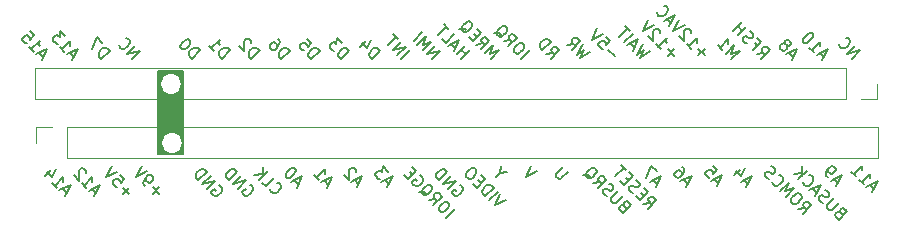
<source format=gbo>
G04 #@! TF.GenerationSoftware,KiCad,Pcbnew,6.0.11-2627ca5db0~126~ubuntu22.04.1*
G04 #@! TF.CreationDate,2023-04-18T11:26:26+01:00*
G04 #@! TF.ProjectId,pim,70696d2e-6b69-4636-9164-5f7063625858,rev?*
G04 #@! TF.SameCoordinates,Original*
G04 #@! TF.FileFunction,Legend,Bot*
G04 #@! TF.FilePolarity,Positive*
%FSLAX46Y46*%
G04 Gerber Fmt 4.6, Leading zero omitted, Abs format (unit mm)*
G04 Created by KiCad (PCBNEW 6.0.11-2627ca5db0~126~ubuntu22.04.1) date 2023-04-18 11:26:26*
%MOMM*%
%LPD*%
G01*
G04 APERTURE LIST*
%ADD10C,0.150000*%
%ADD11C,0.120000*%
%ADD12C,1.524000*%
%ADD13R,1.700000X1.700000*%
%ADD14O,1.700000X1.700000*%
G04 APERTURE END LIST*
D10*
X124180000Y-116550000D02*
X122030000Y-116550000D01*
X122030000Y-116550000D02*
X122030000Y-109540000D01*
X122030000Y-109540000D02*
X124180000Y-109540000D01*
X124180000Y-109540000D02*
X124180000Y-116550000D01*
G36*
X124180000Y-116550000D02*
G01*
X122030000Y-116550000D01*
X122030000Y-109540000D01*
X124180000Y-109540000D01*
X124180000Y-116550000D01*
G37*
X124892816Y-108462579D02*
X125599923Y-107755473D01*
X125431564Y-107587114D01*
X125296877Y-107519770D01*
X125162190Y-107519770D01*
X125061175Y-107553442D01*
X124892816Y-107654457D01*
X124791801Y-107755473D01*
X124690786Y-107923831D01*
X124657114Y-108024847D01*
X124657114Y-108159534D01*
X124724457Y-108294221D01*
X124892816Y-108462579D01*
X124758129Y-106913679D02*
X124690786Y-106846335D01*
X124589770Y-106812664D01*
X124522427Y-106812664D01*
X124421412Y-106846335D01*
X124253053Y-106947351D01*
X124084694Y-107115709D01*
X123983679Y-107284068D01*
X123950007Y-107385083D01*
X123950007Y-107452427D01*
X123983679Y-107553442D01*
X124051022Y-107620786D01*
X124152038Y-107654457D01*
X124219381Y-107654457D01*
X124320396Y-107620786D01*
X124488755Y-107519770D01*
X124657114Y-107351412D01*
X124758129Y-107183053D01*
X124791801Y-107082038D01*
X124791801Y-107014694D01*
X124758129Y-106913679D01*
X139025931Y-119091633D02*
X138689213Y-118754916D01*
X138891244Y-119361007D02*
X139362648Y-118418198D01*
X138419839Y-118889603D01*
X138857572Y-118047809D02*
X138857572Y-117980465D01*
X138823900Y-117879450D01*
X138655542Y-117711091D01*
X138554526Y-117677420D01*
X138487183Y-117677420D01*
X138386168Y-117711091D01*
X138318824Y-117778435D01*
X138251481Y-117913122D01*
X138251481Y-118721244D01*
X137813748Y-118283511D01*
X146452953Y-121912717D02*
X147160060Y-121205610D01*
X146688656Y-120734205D02*
X146553969Y-120599518D01*
X146452953Y-120565847D01*
X146318266Y-120565847D01*
X146149908Y-120666862D01*
X145914205Y-120902564D01*
X145813190Y-121070923D01*
X145813190Y-121205610D01*
X145846862Y-121306625D01*
X145981549Y-121441312D01*
X146082564Y-121474984D01*
X146217251Y-121474984D01*
X146385610Y-121373969D01*
X146621312Y-121138266D01*
X146722327Y-120969908D01*
X146722327Y-120835221D01*
X146688656Y-120734205D01*
X144971396Y-120431160D02*
X145543816Y-120330144D01*
X145375457Y-120835221D02*
X146082564Y-120128114D01*
X145813190Y-119858740D01*
X145712175Y-119825068D01*
X145644831Y-119825068D01*
X145543816Y-119858740D01*
X145442801Y-119959755D01*
X145409129Y-120060770D01*
X145409129Y-120128114D01*
X145442801Y-120229129D01*
X145712175Y-120498503D01*
X144129603Y-119724053D02*
X144230618Y-119757725D01*
X144365305Y-119757725D01*
X144567335Y-119757725D01*
X144668351Y-119791396D01*
X144735694Y-119858740D01*
X144533664Y-119993427D02*
X144634679Y-120027099D01*
X144769366Y-120027099D01*
X144937725Y-119926083D01*
X145173427Y-119690381D01*
X145274442Y-119522022D01*
X145274442Y-119387335D01*
X145240770Y-119286320D01*
X145106083Y-119151633D01*
X145005068Y-119117961D01*
X144870381Y-119117961D01*
X144702022Y-119218977D01*
X144466320Y-119454679D01*
X144365305Y-119623038D01*
X144365305Y-119757725D01*
X144398977Y-119858740D01*
X144533664Y-119993427D01*
X144230618Y-118343511D02*
X144331633Y-118377183D01*
X144432648Y-118478198D01*
X144499992Y-118612885D01*
X144499992Y-118747572D01*
X144466320Y-118848587D01*
X144365305Y-119016946D01*
X144264290Y-119117961D01*
X144095931Y-119218977D01*
X143994916Y-119252648D01*
X143860229Y-119252648D01*
X143725542Y-119185305D01*
X143658198Y-119117961D01*
X143590855Y-118983274D01*
X143590855Y-118915931D01*
X143826557Y-118680229D01*
X143961244Y-118814916D01*
X143590855Y-118309839D02*
X143355152Y-118074137D01*
X142883748Y-118343511D02*
X143220465Y-118680229D01*
X143927572Y-117973122D01*
X143590855Y-117636404D01*
X158647266Y-107862816D02*
X157771801Y-108401564D01*
X158142190Y-107761801D01*
X157502427Y-108132190D01*
X158041175Y-107256725D01*
X156660633Y-107290396D02*
X157233053Y-107189381D01*
X157064694Y-107694457D02*
X157771801Y-106987351D01*
X157502427Y-106717977D01*
X157401412Y-106684305D01*
X157334068Y-106684305D01*
X157233053Y-106717977D01*
X157132038Y-106818992D01*
X157098366Y-106920007D01*
X157098366Y-106987351D01*
X157132038Y-107088366D01*
X157401412Y-107357740D01*
X136485931Y-119111633D02*
X136149213Y-118774916D01*
X136351244Y-119381007D02*
X136822648Y-118438198D01*
X135879839Y-118909603D01*
X135273748Y-118303511D02*
X135677809Y-118707572D01*
X135475778Y-118505542D02*
X136182885Y-117798435D01*
X136149213Y-117966794D01*
X136149213Y-118101481D01*
X136182885Y-118202496D01*
X137552816Y-108492579D02*
X138259923Y-107785473D01*
X138091564Y-107617114D01*
X137956877Y-107549770D01*
X137822190Y-107549770D01*
X137721175Y-107583442D01*
X137552816Y-107684457D01*
X137451801Y-107785473D01*
X137350786Y-107953831D01*
X137317114Y-108054847D01*
X137317114Y-108189534D01*
X137384457Y-108324221D01*
X137552816Y-108492579D01*
X137620160Y-107145709D02*
X137182427Y-106707977D01*
X137148755Y-107213053D01*
X137047740Y-107112038D01*
X136946725Y-107078366D01*
X136879381Y-107078366D01*
X136778366Y-107112038D01*
X136610007Y-107280396D01*
X136576335Y-107381412D01*
X136576335Y-107448755D01*
X136610007Y-107549770D01*
X136812038Y-107751801D01*
X136913053Y-107785473D01*
X136980396Y-107785473D01*
X127442816Y-108462579D02*
X128149923Y-107755473D01*
X127981564Y-107587114D01*
X127846877Y-107519770D01*
X127712190Y-107519770D01*
X127611175Y-107553442D01*
X127442816Y-107654457D01*
X127341801Y-107755473D01*
X127240786Y-107923831D01*
X127207114Y-108024847D01*
X127207114Y-108159534D01*
X127274457Y-108294221D01*
X127442816Y-108462579D01*
X126365320Y-107385083D02*
X126769381Y-107789144D01*
X126567351Y-107587114D02*
X127274457Y-106880007D01*
X127240786Y-107048366D01*
X127240786Y-107183053D01*
X127274457Y-107284068D01*
X163135457Y-120745221D02*
X163707877Y-120644205D01*
X163539518Y-121149282D02*
X164246625Y-120442175D01*
X163977251Y-120172801D01*
X163876236Y-120139129D01*
X163808892Y-120139129D01*
X163707877Y-120172801D01*
X163606862Y-120273816D01*
X163573190Y-120374831D01*
X163573190Y-120442175D01*
X163606862Y-120543190D01*
X163876236Y-120812564D01*
X163202801Y-120071786D02*
X162967099Y-119836083D01*
X162495694Y-120105457D02*
X162832412Y-120442175D01*
X163539518Y-119735068D01*
X163202801Y-119398351D01*
X162259992Y-119802412D02*
X162125305Y-119735068D01*
X161956946Y-119566709D01*
X161923274Y-119465694D01*
X161923274Y-119398351D01*
X161956946Y-119297335D01*
X162024290Y-119229992D01*
X162125305Y-119196320D01*
X162192648Y-119196320D01*
X162293664Y-119229992D01*
X162462022Y-119331007D01*
X162563038Y-119364679D01*
X162630381Y-119364679D01*
X162731396Y-119331007D01*
X162798740Y-119263664D01*
X162832412Y-119162648D01*
X162832412Y-119095305D01*
X162798740Y-118994290D01*
X162630381Y-118825931D01*
X162495694Y-118758587D01*
X161889603Y-118758587D02*
X161653900Y-118522885D01*
X161182496Y-118792259D02*
X161519213Y-119128977D01*
X162226320Y-118421870D01*
X161889603Y-118085152D01*
X161687572Y-117883122D02*
X161283511Y-117479061D01*
X160778435Y-118388198D02*
X161485542Y-117681091D01*
X147742816Y-108462579D02*
X148449923Y-107755473D01*
X148113205Y-108092190D02*
X147709144Y-107688129D01*
X147338755Y-108058518D02*
X148045862Y-107351412D01*
X147237740Y-107553442D02*
X146901022Y-107216725D01*
X147103053Y-107822816D02*
X147574457Y-106880007D01*
X146631648Y-107351412D01*
X146059229Y-106778992D02*
X146395946Y-107115709D01*
X147103053Y-106408603D01*
X146631648Y-105937198D02*
X146227587Y-105533137D01*
X145722511Y-106442274D02*
X146429618Y-105735168D01*
X147578740Y-119161633D02*
X147679755Y-119195305D01*
X147780770Y-119296320D01*
X147848114Y-119431007D01*
X147848114Y-119565694D01*
X147814442Y-119666709D01*
X147713427Y-119835068D01*
X147612412Y-119936083D01*
X147444053Y-120037099D01*
X147343038Y-120070770D01*
X147208351Y-120070770D01*
X147073664Y-120003427D01*
X147006320Y-119936083D01*
X146938977Y-119801396D01*
X146938977Y-119734053D01*
X147174679Y-119498351D01*
X147309366Y-119633038D01*
X146568587Y-119498351D02*
X147275694Y-118791244D01*
X146164526Y-119094290D01*
X146871633Y-118387183D01*
X145827809Y-118757572D02*
X146534916Y-118050465D01*
X146366557Y-117882107D01*
X146231870Y-117814763D01*
X146097183Y-117814763D01*
X145996168Y-117848435D01*
X145827809Y-117949450D01*
X145726794Y-118050465D01*
X145625778Y-118218824D01*
X145592107Y-118319839D01*
X145592107Y-118454526D01*
X145659450Y-118589213D01*
X145827809Y-118757572D01*
X170602816Y-108492579D02*
X171309923Y-107785473D01*
X170569144Y-108054847D01*
X170838518Y-107314068D01*
X170131412Y-108021175D01*
X169424305Y-107314068D02*
X169828366Y-107718129D01*
X169626335Y-107516099D02*
X170333442Y-106808992D01*
X170299770Y-106977351D01*
X170299770Y-107112038D01*
X170333442Y-107213053D01*
X156748587Y-118024137D02*
X156176168Y-118596557D01*
X156075152Y-118630229D01*
X156007809Y-118630229D01*
X155906794Y-118596557D01*
X155772107Y-118461870D01*
X155738435Y-118360855D01*
X155738435Y-118293511D01*
X155772107Y-118192496D01*
X156344526Y-117620076D01*
X129962816Y-108472579D02*
X130669923Y-107765473D01*
X130501564Y-107597114D01*
X130366877Y-107529770D01*
X130232190Y-107529770D01*
X130131175Y-107563442D01*
X129962816Y-107664457D01*
X129861801Y-107765473D01*
X129760786Y-107933831D01*
X129727114Y-108034847D01*
X129727114Y-108169534D01*
X129794457Y-108304221D01*
X129962816Y-108472579D01*
X129929144Y-107159381D02*
X129929144Y-107092038D01*
X129895473Y-106991022D01*
X129727114Y-106822664D01*
X129626099Y-106788992D01*
X129558755Y-106788992D01*
X129457740Y-106822664D01*
X129390396Y-106890007D01*
X129323053Y-107024694D01*
X129323053Y-107832816D01*
X128885320Y-107395083D01*
X165732190Y-108203205D02*
X165193442Y-107664457D01*
X165193442Y-108203205D02*
X165732190Y-107664457D01*
X164216961Y-107226725D02*
X164621022Y-107630786D01*
X164418992Y-107428755D02*
X165126099Y-106721648D01*
X165092427Y-106890007D01*
X165092427Y-107024694D01*
X165126099Y-107125709D01*
X164587351Y-106317587D02*
X164587351Y-106250244D01*
X164553679Y-106149229D01*
X164385320Y-105980870D01*
X164284305Y-105947198D01*
X164216961Y-105947198D01*
X164115946Y-105980870D01*
X164048603Y-106048213D01*
X163981259Y-106182900D01*
X163981259Y-106991022D01*
X163543526Y-106553290D01*
X164048603Y-105644152D02*
X163105794Y-106115557D01*
X163577198Y-105172748D01*
X133935931Y-119101633D02*
X133599213Y-118764916D01*
X133801244Y-119371007D02*
X134272648Y-118428198D01*
X133329839Y-118899603D01*
X133666557Y-117822107D02*
X133599213Y-117754763D01*
X133498198Y-117721091D01*
X133430855Y-117721091D01*
X133329839Y-117754763D01*
X133161481Y-117855778D01*
X132993122Y-118024137D01*
X132892107Y-118192496D01*
X132858435Y-118293511D01*
X132858435Y-118360855D01*
X132892107Y-118461870D01*
X132959450Y-118529213D01*
X133060465Y-118562885D01*
X133127809Y-118562885D01*
X133228824Y-118529213D01*
X133397183Y-118428198D01*
X133565542Y-118259839D01*
X133666557Y-118091481D01*
X133700229Y-117990465D01*
X133700229Y-117923122D01*
X133666557Y-117822107D01*
X119625068Y-119926083D02*
X119086320Y-119387335D01*
X119086320Y-119926083D02*
X119625068Y-119387335D01*
X118850618Y-118276168D02*
X119187335Y-118612885D01*
X118884290Y-118983274D01*
X118884290Y-118915931D01*
X118850618Y-118814916D01*
X118682259Y-118646557D01*
X118581244Y-118612885D01*
X118513900Y-118612885D01*
X118412885Y-118646557D01*
X118244526Y-118814916D01*
X118210855Y-118915931D01*
X118210855Y-118983274D01*
X118244526Y-119084290D01*
X118412885Y-119252648D01*
X118513900Y-119286320D01*
X118581244Y-119286320D01*
X118614916Y-118040465D02*
X117672107Y-118511870D01*
X118143511Y-117569061D01*
X166885931Y-119041633D02*
X166549213Y-118704916D01*
X166751244Y-119311007D02*
X167222648Y-118368198D01*
X166279839Y-118839603D01*
X166448198Y-117593748D02*
X166582885Y-117728435D01*
X166616557Y-117829450D01*
X166616557Y-117896794D01*
X166582885Y-118065152D01*
X166481870Y-118233511D01*
X166212496Y-118502885D01*
X166111481Y-118536557D01*
X166044137Y-118536557D01*
X165943122Y-118502885D01*
X165808435Y-118368198D01*
X165774763Y-118267183D01*
X165774763Y-118199839D01*
X165808435Y-118098824D01*
X165976794Y-117930465D01*
X166077809Y-117896794D01*
X166145152Y-117896794D01*
X166246168Y-117930465D01*
X166380855Y-118065152D01*
X166414526Y-118166168D01*
X166414526Y-118233511D01*
X166380855Y-118334526D01*
X175828518Y-108274221D02*
X175491801Y-107937503D01*
X175693831Y-108543595D02*
X176165236Y-107600786D01*
X175222427Y-108072190D01*
X175289770Y-107331412D02*
X175390786Y-107365083D01*
X175458129Y-107365083D01*
X175559144Y-107331412D01*
X175592816Y-107297740D01*
X175626488Y-107196725D01*
X175626488Y-107129381D01*
X175592816Y-107028366D01*
X175458129Y-106893679D01*
X175357114Y-106860007D01*
X175289770Y-106860007D01*
X175188755Y-106893679D01*
X175155083Y-106927351D01*
X175121412Y-107028366D01*
X175121412Y-107095709D01*
X175155083Y-107196725D01*
X175289770Y-107331412D01*
X175323442Y-107432427D01*
X175323442Y-107499770D01*
X175289770Y-107600786D01*
X175155083Y-107735473D01*
X175054068Y-107769144D01*
X174986725Y-107769144D01*
X174885709Y-107735473D01*
X174751022Y-107600786D01*
X174717351Y-107499770D01*
X174717351Y-107432427D01*
X174751022Y-107331412D01*
X174885709Y-107196725D01*
X174986725Y-107163053D01*
X175054068Y-107163053D01*
X175155083Y-107196725D01*
X119812816Y-108482579D02*
X120519923Y-107775473D01*
X119408755Y-108078518D01*
X120115862Y-107371412D01*
X118735320Y-107270396D02*
X118735320Y-107337740D01*
X118802664Y-107472427D01*
X118870007Y-107539770D01*
X119004694Y-107607114D01*
X119139381Y-107607114D01*
X119240396Y-107573442D01*
X119408755Y-107472427D01*
X119509770Y-107371412D01*
X119610786Y-107203053D01*
X119644457Y-107102038D01*
X119644457Y-106967351D01*
X119577114Y-106832664D01*
X119509770Y-106765320D01*
X119375083Y-106697977D01*
X119307740Y-106697977D01*
X178418518Y-108334221D02*
X178081801Y-107997503D01*
X178283831Y-108603595D02*
X178755236Y-107660786D01*
X177812427Y-108132190D01*
X177206335Y-107526099D02*
X177610396Y-107930160D01*
X177408366Y-107728129D02*
X178115473Y-107021022D01*
X178081801Y-107189381D01*
X178081801Y-107324068D01*
X178115473Y-107425083D01*
X177475709Y-106381259D02*
X177408366Y-106313916D01*
X177307351Y-106280244D01*
X177240007Y-106280244D01*
X177138992Y-106313916D01*
X176970633Y-106414931D01*
X176802274Y-106583290D01*
X176701259Y-106751648D01*
X176667587Y-106852664D01*
X176667587Y-106920007D01*
X176701259Y-107021022D01*
X176768603Y-107088366D01*
X176869618Y-107122038D01*
X176936961Y-107122038D01*
X177037977Y-107088366D01*
X177206335Y-106987351D01*
X177374694Y-106818992D01*
X177475709Y-106650633D01*
X177509381Y-106549618D01*
X177509381Y-106482274D01*
X177475709Y-106381259D01*
X140162816Y-108482579D02*
X140869923Y-107775473D01*
X140701564Y-107607114D01*
X140566877Y-107539770D01*
X140432190Y-107539770D01*
X140331175Y-107573442D01*
X140162816Y-107674457D01*
X140061801Y-107775473D01*
X139960786Y-107943831D01*
X139927114Y-108044847D01*
X139927114Y-108179534D01*
X139994457Y-108314221D01*
X140162816Y-108482579D01*
X139624068Y-107001022D02*
X139152664Y-107472427D01*
X140061801Y-106900007D02*
X139725083Y-107573442D01*
X139287351Y-107135709D01*
X154144916Y-117990465D02*
X153202107Y-118461870D01*
X153673511Y-117519061D01*
X163717266Y-107842816D02*
X162841801Y-108381564D01*
X163212190Y-107741801D01*
X162572427Y-108112190D01*
X163111175Y-107236725D01*
X162370396Y-107506099D02*
X162033679Y-107169381D01*
X162235709Y-107775473D02*
X162707114Y-106832664D01*
X161764305Y-107304068D01*
X161528603Y-107068366D02*
X162235709Y-106361259D01*
X162000007Y-106125557D02*
X161595946Y-105721496D01*
X161090870Y-106630633D02*
X161797977Y-105923526D01*
X129798740Y-119141633D02*
X129899755Y-119175305D01*
X130000770Y-119276320D01*
X130068114Y-119411007D01*
X130068114Y-119545694D01*
X130034442Y-119646709D01*
X129933427Y-119815068D01*
X129832412Y-119916083D01*
X129664053Y-120017099D01*
X129563038Y-120050770D01*
X129428351Y-120050770D01*
X129293664Y-119983427D01*
X129226320Y-119916083D01*
X129158977Y-119781396D01*
X129158977Y-119714053D01*
X129394679Y-119478351D01*
X129529366Y-119613038D01*
X128788587Y-119478351D02*
X129495694Y-118771244D01*
X128384526Y-119074290D01*
X129091633Y-118367183D01*
X128047809Y-118737572D02*
X128754916Y-118030465D01*
X128586557Y-117862107D01*
X128451870Y-117794763D01*
X128317183Y-117794763D01*
X128216168Y-117828435D01*
X128047809Y-117929450D01*
X127946794Y-118030465D01*
X127845778Y-118198824D01*
X127812107Y-118299839D01*
X127812107Y-118434526D01*
X127879450Y-118569213D01*
X128047809Y-118737572D01*
X122165068Y-119886083D02*
X121626320Y-119347335D01*
X121626320Y-119886083D02*
X122165068Y-119347335D01*
X120986557Y-119246320D02*
X120851870Y-119111633D01*
X120818198Y-119010618D01*
X120818198Y-118943274D01*
X120851870Y-118774916D01*
X120952885Y-118606557D01*
X121222259Y-118337183D01*
X121323274Y-118303511D01*
X121390618Y-118303511D01*
X121491633Y-118337183D01*
X121626320Y-118471870D01*
X121659992Y-118572885D01*
X121659992Y-118640229D01*
X121626320Y-118741244D01*
X121457961Y-118909603D01*
X121356946Y-118943274D01*
X121289603Y-118943274D01*
X121188587Y-118909603D01*
X121053900Y-118774916D01*
X121020229Y-118673900D01*
X121020229Y-118606557D01*
X121053900Y-118505542D01*
X121154916Y-118000465D02*
X120212107Y-118471870D01*
X120683511Y-117529061D01*
X154908755Y-108068518D02*
X155481175Y-107967503D01*
X155312816Y-108472579D02*
X156019923Y-107765473D01*
X155750549Y-107496099D01*
X155649534Y-107462427D01*
X155582190Y-107462427D01*
X155481175Y-107496099D01*
X155380160Y-107597114D01*
X155346488Y-107698129D01*
X155346488Y-107765473D01*
X155380160Y-107866488D01*
X155649534Y-108135862D01*
X154605709Y-107765473D02*
X155312816Y-107058366D01*
X155144457Y-106890007D01*
X155009770Y-106822664D01*
X154875083Y-106822664D01*
X154774068Y-106856335D01*
X154605709Y-106957351D01*
X154504694Y-107058366D01*
X154403679Y-107226725D01*
X154370007Y-107327740D01*
X154370007Y-107462427D01*
X154437351Y-107597114D01*
X154605709Y-107765473D01*
X150212816Y-108472579D02*
X150919923Y-107765473D01*
X150179144Y-108034847D01*
X150448518Y-107294068D01*
X149741412Y-108001175D01*
X149000633Y-107260396D02*
X149573053Y-107159381D01*
X149404694Y-107664457D02*
X150111801Y-106957351D01*
X149842427Y-106687977D01*
X149741412Y-106654305D01*
X149674068Y-106654305D01*
X149573053Y-106687977D01*
X149472038Y-106788992D01*
X149438366Y-106890007D01*
X149438366Y-106957351D01*
X149472038Y-107058366D01*
X149741412Y-107327740D01*
X149067977Y-106586961D02*
X148832274Y-106351259D01*
X148360870Y-106620633D02*
X148697587Y-106957351D01*
X149404694Y-106250244D01*
X149067977Y-105913526D01*
X147519076Y-105913526D02*
X147620091Y-105947198D01*
X147754778Y-105947198D01*
X147956809Y-105947198D01*
X148057824Y-105980870D01*
X148125168Y-106048213D01*
X147923137Y-106182900D02*
X148024152Y-106216572D01*
X148158839Y-106216572D01*
X148327198Y-106115557D01*
X148562900Y-105879855D01*
X148663916Y-105711496D01*
X148663916Y-105576809D01*
X148630244Y-105475794D01*
X148495557Y-105341107D01*
X148394542Y-105307435D01*
X148259855Y-105307435D01*
X148091496Y-105408450D01*
X147855794Y-105644152D01*
X147754778Y-105812511D01*
X147754778Y-105947198D01*
X147788450Y-106048213D01*
X147923137Y-106182900D01*
X145232816Y-108482579D02*
X145939923Y-107775473D01*
X144828755Y-108078518D01*
X145535862Y-107371412D01*
X144492038Y-107741801D02*
X145199144Y-107034694D01*
X144458366Y-107304068D01*
X144727740Y-106563290D01*
X144020633Y-107270396D01*
X143683916Y-106933679D02*
X144391022Y-106226572D01*
X117252816Y-108482579D02*
X117959923Y-107775473D01*
X117791564Y-107607114D01*
X117656877Y-107539770D01*
X117522190Y-107539770D01*
X117421175Y-107573442D01*
X117252816Y-107674457D01*
X117151801Y-107775473D01*
X117050786Y-107943831D01*
X117017114Y-108044847D01*
X117017114Y-108179534D01*
X117084457Y-108314221D01*
X117252816Y-108482579D01*
X117320160Y-107135709D02*
X116848755Y-106664305D01*
X116444694Y-107674457D01*
X172738755Y-108068518D02*
X173311175Y-107967503D01*
X173142816Y-108472579D02*
X173849923Y-107765473D01*
X173580549Y-107496099D01*
X173479534Y-107462427D01*
X173412190Y-107462427D01*
X173311175Y-107496099D01*
X173210160Y-107597114D01*
X173176488Y-107698129D01*
X173176488Y-107765473D01*
X173210160Y-107866488D01*
X173479534Y-108135862D01*
X172570396Y-107159381D02*
X172806099Y-107395083D01*
X172435709Y-107765473D02*
X173142816Y-107058366D01*
X172806099Y-106721648D01*
X171896961Y-107159381D02*
X171762274Y-107092038D01*
X171593916Y-106923679D01*
X171560244Y-106822664D01*
X171560244Y-106755320D01*
X171593916Y-106654305D01*
X171661259Y-106586961D01*
X171762274Y-106553290D01*
X171829618Y-106553290D01*
X171930633Y-106586961D01*
X172098992Y-106687977D01*
X172200007Y-106721648D01*
X172267351Y-106721648D01*
X172368366Y-106687977D01*
X172435709Y-106620633D01*
X172469381Y-106519618D01*
X172469381Y-106452274D01*
X172435709Y-106351259D01*
X172267351Y-106182900D01*
X172132664Y-106115557D01*
X171156183Y-106485946D02*
X171863290Y-105778839D01*
X171526572Y-106115557D02*
X171122511Y-105711496D01*
X170752122Y-106081885D02*
X171459229Y-105374778D01*
X164335931Y-119061633D02*
X163999213Y-118724916D01*
X164201244Y-119331007D02*
X164672648Y-118388198D01*
X163729839Y-118859603D01*
X164268587Y-117984137D02*
X163797183Y-117512733D01*
X163393122Y-118522885D01*
X179615931Y-118981633D02*
X179279213Y-118644916D01*
X179481244Y-119251007D02*
X179952648Y-118308198D01*
X179009839Y-118779603D01*
X178740465Y-118510229D02*
X178605778Y-118375542D01*
X178572107Y-118274526D01*
X178572107Y-118207183D01*
X178605778Y-118038824D01*
X178706794Y-117870465D01*
X178976168Y-117601091D01*
X179077183Y-117567420D01*
X179144526Y-117567420D01*
X179245542Y-117601091D01*
X179380229Y-117735778D01*
X179413900Y-117836794D01*
X179413900Y-117904137D01*
X179380229Y-118005152D01*
X179211870Y-118173511D01*
X179110855Y-118207183D01*
X179043511Y-118207183D01*
X178942496Y-118173511D01*
X178807809Y-118038824D01*
X178774137Y-117937809D01*
X178774137Y-117870465D01*
X178807809Y-117769450D01*
X112348518Y-108284221D02*
X112011801Y-107947503D01*
X112213831Y-108553595D02*
X112685236Y-107610786D01*
X111742427Y-108082190D01*
X111136335Y-107476099D02*
X111540396Y-107880160D01*
X111338366Y-107678129D02*
X112045473Y-106971022D01*
X112011801Y-107139381D01*
X112011801Y-107274068D01*
X112045473Y-107375083D01*
X111203679Y-106129229D02*
X111540396Y-106465946D01*
X111237351Y-106836335D01*
X111237351Y-106768992D01*
X111203679Y-106667977D01*
X111035320Y-106499618D01*
X110934305Y-106465946D01*
X110866961Y-106465946D01*
X110765946Y-106499618D01*
X110597587Y-106667977D01*
X110563916Y-106768992D01*
X110563916Y-106836335D01*
X110597587Y-106937351D01*
X110765946Y-107105709D01*
X110866961Y-107139381D01*
X110934305Y-107139381D01*
X161544595Y-120913579D02*
X161409908Y-120846236D01*
X161342564Y-120846236D01*
X161241549Y-120879908D01*
X161140534Y-120980923D01*
X161106862Y-121081938D01*
X161106862Y-121149282D01*
X161140534Y-121250297D01*
X161409908Y-121519671D01*
X162117014Y-120812564D01*
X161881312Y-120576862D01*
X161780297Y-120543190D01*
X161712953Y-120543190D01*
X161611938Y-120576862D01*
X161544595Y-120644205D01*
X161510923Y-120745221D01*
X161510923Y-120812564D01*
X161544595Y-120913579D01*
X161780297Y-121149282D01*
X161409908Y-120105457D02*
X160837488Y-120677877D01*
X160736473Y-120711549D01*
X160669129Y-120711549D01*
X160568114Y-120677877D01*
X160433427Y-120543190D01*
X160399755Y-120442175D01*
X160399755Y-120374831D01*
X160433427Y-120273816D01*
X161005847Y-119701396D01*
X160029366Y-120071786D02*
X159894679Y-120004442D01*
X159726320Y-119836083D01*
X159692648Y-119735068D01*
X159692648Y-119667725D01*
X159726320Y-119566709D01*
X159793664Y-119499366D01*
X159894679Y-119465694D01*
X159962022Y-119465694D01*
X160063038Y-119499366D01*
X160231396Y-119600381D01*
X160332412Y-119634053D01*
X160399755Y-119634053D01*
X160500770Y-119600381D01*
X160568114Y-119533038D01*
X160601786Y-119432022D01*
X160601786Y-119364679D01*
X160568114Y-119263664D01*
X160399755Y-119095305D01*
X160265068Y-119027961D01*
X158884526Y-118994290D02*
X159456946Y-118893274D01*
X159288587Y-119398351D02*
X159995694Y-118691244D01*
X159726320Y-118421870D01*
X159625305Y-118388198D01*
X159557961Y-118388198D01*
X159456946Y-118421870D01*
X159355931Y-118522885D01*
X159322259Y-118623900D01*
X159322259Y-118691244D01*
X159355931Y-118792259D01*
X159625305Y-119061633D01*
X158042733Y-118287183D02*
X158143748Y-118320855D01*
X158278435Y-118320855D01*
X158480465Y-118320855D01*
X158581481Y-118354526D01*
X158648824Y-118421870D01*
X158446794Y-118556557D02*
X158547809Y-118590229D01*
X158682496Y-118590229D01*
X158850855Y-118489213D01*
X159086557Y-118253511D01*
X159187572Y-118085152D01*
X159187572Y-117950465D01*
X159153900Y-117849450D01*
X159019213Y-117714763D01*
X158918198Y-117681091D01*
X158783511Y-117681091D01*
X158615152Y-117782107D01*
X158379450Y-118017809D01*
X158278435Y-118186168D01*
X158278435Y-118320855D01*
X158312107Y-118421870D01*
X158446794Y-118556557D01*
X160732190Y-108253205D02*
X160193442Y-107714457D01*
X159957740Y-106603290D02*
X160294457Y-106940007D01*
X159991412Y-107310396D01*
X159991412Y-107243053D01*
X159957740Y-107142038D01*
X159789381Y-106973679D01*
X159688366Y-106940007D01*
X159621022Y-106940007D01*
X159520007Y-106973679D01*
X159351648Y-107142038D01*
X159317977Y-107243053D01*
X159317977Y-107310396D01*
X159351648Y-107411412D01*
X159520007Y-107579770D01*
X159621022Y-107613442D01*
X159688366Y-107613442D01*
X159722038Y-106367587D02*
X158779229Y-106838992D01*
X159250633Y-105896183D01*
X114309366Y-119805068D02*
X113972648Y-119468351D01*
X114174679Y-120074442D02*
X114646083Y-119131633D01*
X113703274Y-119603038D01*
X113097183Y-118996946D02*
X113501244Y-119401007D01*
X113299213Y-119198977D02*
X114006320Y-118491870D01*
X113972648Y-118660229D01*
X113972648Y-118794916D01*
X114006320Y-118895931D01*
X112962496Y-117919450D02*
X112491091Y-118390855D01*
X113400229Y-117818435D02*
X113063511Y-118491870D01*
X112625778Y-118054137D01*
X135022816Y-108502579D02*
X135729923Y-107795473D01*
X135561564Y-107627114D01*
X135426877Y-107559770D01*
X135292190Y-107559770D01*
X135191175Y-107593442D01*
X135022816Y-107694457D01*
X134921801Y-107795473D01*
X134820786Y-107963831D01*
X134787114Y-108064847D01*
X134787114Y-108199534D01*
X134854457Y-108334221D01*
X135022816Y-108502579D01*
X134686099Y-106751648D02*
X135022816Y-107088366D01*
X134719770Y-107458755D01*
X134719770Y-107391412D01*
X134686099Y-107290396D01*
X134517740Y-107122038D01*
X134416725Y-107088366D01*
X134349381Y-107088366D01*
X134248366Y-107122038D01*
X134080007Y-107290396D01*
X134046335Y-107391412D01*
X134046335Y-107458755D01*
X134080007Y-107559770D01*
X134248366Y-107728129D01*
X134349381Y-107761801D01*
X134416725Y-107761801D01*
X142662816Y-108472579D02*
X143369923Y-107765473D01*
X142326099Y-108135862D02*
X143033205Y-107428755D01*
X141922038Y-107731801D01*
X142629144Y-107024694D01*
X142393442Y-106788992D02*
X141989381Y-106384931D01*
X141484305Y-107294068D02*
X142191412Y-106586961D01*
X150988824Y-118155152D02*
X150652107Y-118491870D01*
X151594916Y-118020465D02*
X150988824Y-118155152D01*
X151123511Y-117549061D01*
X179837014Y-121485999D02*
X179702327Y-121418656D01*
X179634984Y-121418656D01*
X179533969Y-121452327D01*
X179432953Y-121553343D01*
X179399282Y-121654358D01*
X179399282Y-121721701D01*
X179432953Y-121822717D01*
X179702327Y-122092091D01*
X180409434Y-121384984D01*
X180173732Y-121149282D01*
X180072717Y-121115610D01*
X180005373Y-121115610D01*
X179904358Y-121149282D01*
X179837014Y-121216625D01*
X179803343Y-121317640D01*
X179803343Y-121384984D01*
X179837014Y-121485999D01*
X180072717Y-121721701D01*
X179702327Y-120677877D02*
X179129908Y-121250297D01*
X179028892Y-121283969D01*
X178961549Y-121283969D01*
X178860534Y-121250297D01*
X178725847Y-121115610D01*
X178692175Y-121014595D01*
X178692175Y-120947251D01*
X178725847Y-120846236D01*
X179298266Y-120273816D01*
X178321786Y-120644205D02*
X178187099Y-120576862D01*
X178018740Y-120408503D01*
X177985068Y-120307488D01*
X177985068Y-120240144D01*
X178018740Y-120139129D01*
X178086083Y-120071786D01*
X178187099Y-120038114D01*
X178254442Y-120038114D01*
X178355457Y-120071786D01*
X178523816Y-120172801D01*
X178624831Y-120206473D01*
X178692175Y-120206473D01*
X178793190Y-120172801D01*
X178860534Y-120105457D01*
X178894205Y-120004442D01*
X178894205Y-119937099D01*
X178860534Y-119836083D01*
X178692175Y-119667725D01*
X178557488Y-119600381D01*
X177816709Y-119802412D02*
X177479992Y-119465694D01*
X177682022Y-120071786D02*
X178153427Y-119128977D01*
X177210618Y-119600381D01*
X176638198Y-118893274D02*
X176638198Y-118960618D01*
X176705542Y-119095305D01*
X176772885Y-119162648D01*
X176907572Y-119229992D01*
X177042259Y-119229992D01*
X177143274Y-119196320D01*
X177311633Y-119095305D01*
X177412648Y-118994290D01*
X177513664Y-118825931D01*
X177547335Y-118724916D01*
X177547335Y-118590229D01*
X177479992Y-118455542D01*
X177412648Y-118388198D01*
X177277961Y-118320855D01*
X177210618Y-118320855D01*
X176267809Y-118657572D02*
X176974916Y-117950465D01*
X175863748Y-118253511D02*
X176570855Y-118152496D01*
X176570855Y-117546404D02*
X176570855Y-118354526D01*
X127218740Y-119171633D02*
X127319755Y-119205305D01*
X127420770Y-119306320D01*
X127488114Y-119441007D01*
X127488114Y-119575694D01*
X127454442Y-119676709D01*
X127353427Y-119845068D01*
X127252412Y-119946083D01*
X127084053Y-120047099D01*
X126983038Y-120080770D01*
X126848351Y-120080770D01*
X126713664Y-120013427D01*
X126646320Y-119946083D01*
X126578977Y-119811396D01*
X126578977Y-119744053D01*
X126814679Y-119508351D01*
X126949366Y-119643038D01*
X126208587Y-119508351D02*
X126915694Y-118801244D01*
X125804526Y-119104290D01*
X126511633Y-118397183D01*
X125467809Y-118767572D02*
X126174916Y-118060465D01*
X126006557Y-117892107D01*
X125871870Y-117824763D01*
X125737183Y-117824763D01*
X125636168Y-117858435D01*
X125467809Y-117959450D01*
X125366794Y-118060465D01*
X125265778Y-118228824D01*
X125232107Y-118329839D01*
X125232107Y-118464526D01*
X125299450Y-118599213D01*
X125467809Y-118767572D01*
X141575931Y-119091633D02*
X141239213Y-118754916D01*
X141441244Y-119361007D02*
X141912648Y-118418198D01*
X140969839Y-118889603D01*
X141508587Y-118014137D02*
X141070855Y-117576404D01*
X141037183Y-118081481D01*
X140936168Y-117980465D01*
X140835152Y-117946794D01*
X140767809Y-117946794D01*
X140666794Y-117980465D01*
X140498435Y-118148824D01*
X140464763Y-118249839D01*
X140464763Y-118317183D01*
X140498435Y-118418198D01*
X140700465Y-118620229D01*
X140801481Y-118653900D01*
X140868824Y-118653900D01*
X169485931Y-119001633D02*
X169149213Y-118664916D01*
X169351244Y-119271007D02*
X169822648Y-118328198D01*
X168879839Y-118799603D01*
X169014526Y-117520076D02*
X169351244Y-117856794D01*
X169048198Y-118227183D01*
X169048198Y-118159839D01*
X169014526Y-118058824D01*
X168846168Y-117890465D01*
X168745152Y-117856794D01*
X168677809Y-117856794D01*
X168576794Y-117890465D01*
X168408435Y-118058824D01*
X168374763Y-118159839D01*
X168374763Y-118227183D01*
X168408435Y-118328198D01*
X168576794Y-118496557D01*
X168677809Y-118530229D01*
X168745152Y-118530229D01*
X152802816Y-108472579D02*
X153509923Y-107765473D01*
X153038518Y-107294068D02*
X152903831Y-107159381D01*
X152802816Y-107125709D01*
X152668129Y-107125709D01*
X152499770Y-107226725D01*
X152264068Y-107462427D01*
X152163053Y-107630786D01*
X152163053Y-107765473D01*
X152196725Y-107866488D01*
X152331412Y-108001175D01*
X152432427Y-108034847D01*
X152567114Y-108034847D01*
X152735473Y-107933831D01*
X152971175Y-107698129D01*
X153072190Y-107529770D01*
X153072190Y-107395083D01*
X153038518Y-107294068D01*
X151321259Y-106991022D02*
X151893679Y-106890007D01*
X151725320Y-107395083D02*
X152432427Y-106687977D01*
X152163053Y-106418603D01*
X152062038Y-106384931D01*
X151994694Y-106384931D01*
X151893679Y-106418603D01*
X151792664Y-106519618D01*
X151758992Y-106620633D01*
X151758992Y-106687977D01*
X151792664Y-106788992D01*
X152062038Y-107058366D01*
X150479465Y-106283916D02*
X150580481Y-106317587D01*
X150715168Y-106317587D01*
X150917198Y-106317587D01*
X151018213Y-106351259D01*
X151085557Y-106418603D01*
X150883526Y-106553290D02*
X150984542Y-106586961D01*
X151119229Y-106586961D01*
X151287587Y-106485946D01*
X151523290Y-106250244D01*
X151624305Y-106081885D01*
X151624305Y-105947198D01*
X151590633Y-105846183D01*
X151455946Y-105711496D01*
X151354931Y-105677824D01*
X151220244Y-105677824D01*
X151051885Y-105778839D01*
X150816183Y-106014542D01*
X150715168Y-106182900D01*
X150715168Y-106317587D01*
X150748839Y-106418603D01*
X150883526Y-106553290D01*
X171995931Y-119061633D02*
X171659213Y-118724916D01*
X171861244Y-119331007D02*
X172332648Y-118388198D01*
X171389839Y-118859603D01*
X171322496Y-117849450D02*
X170851091Y-118320855D01*
X171760229Y-117748435D02*
X171423511Y-118421870D01*
X170985778Y-117984137D01*
X151509282Y-120414831D02*
X150566473Y-120886236D01*
X151037877Y-119943427D01*
X150095068Y-120414831D02*
X150802175Y-119707725D01*
X149758351Y-120078114D02*
X150465457Y-119371007D01*
X150297099Y-119202648D01*
X150162412Y-119135305D01*
X150027725Y-119135305D01*
X149926709Y-119168977D01*
X149758351Y-119269992D01*
X149657335Y-119371007D01*
X149556320Y-119539366D01*
X149522648Y-119640381D01*
X149522648Y-119775068D01*
X149589992Y-119909755D01*
X149758351Y-120078114D01*
X149421633Y-119000618D02*
X149185931Y-118764916D01*
X148714526Y-119034290D02*
X149051244Y-119371007D01*
X149758351Y-118663900D01*
X149421633Y-118327183D01*
X148983900Y-117889450D02*
X148849213Y-117754763D01*
X148748198Y-117721091D01*
X148613511Y-117721091D01*
X148445152Y-117822107D01*
X148209450Y-118057809D01*
X148108435Y-118226168D01*
X148108435Y-118360855D01*
X148142107Y-118461870D01*
X148276794Y-118596557D01*
X148377809Y-118630229D01*
X148512496Y-118630229D01*
X148680855Y-118529213D01*
X148916557Y-118293511D01*
X149017572Y-118125152D01*
X149017572Y-117990465D01*
X148983900Y-117889450D01*
X131560618Y-119515694D02*
X131560618Y-119583038D01*
X131627961Y-119717725D01*
X131695305Y-119785068D01*
X131829992Y-119852412D01*
X131964679Y-119852412D01*
X132065694Y-119818740D01*
X132234053Y-119717725D01*
X132335068Y-119616709D01*
X132436083Y-119448351D01*
X132469755Y-119347335D01*
X132469755Y-119212648D01*
X132402412Y-119077961D01*
X132335068Y-119010618D01*
X132200381Y-118943274D01*
X132133038Y-118943274D01*
X130853511Y-118943274D02*
X131190229Y-119279992D01*
X131897335Y-118572885D01*
X130617809Y-118707572D02*
X131324916Y-118000465D01*
X130213748Y-118303511D02*
X130920855Y-118202496D01*
X130920855Y-117596404D02*
X130920855Y-118404526D01*
X176243190Y-121182953D02*
X176815610Y-121081938D01*
X176647251Y-121587014D02*
X177354358Y-120879908D01*
X177084984Y-120610534D01*
X176983969Y-120576862D01*
X176916625Y-120576862D01*
X176815610Y-120610534D01*
X176714595Y-120711549D01*
X176680923Y-120812564D01*
X176680923Y-120879908D01*
X176714595Y-120980923D01*
X176983969Y-121250297D01*
X176512564Y-120038114D02*
X176377877Y-119903427D01*
X176276862Y-119869755D01*
X176142175Y-119869755D01*
X175973816Y-119970770D01*
X175738114Y-120206473D01*
X175637099Y-120374831D01*
X175637099Y-120509518D01*
X175670770Y-120610534D01*
X175805457Y-120745221D01*
X175906473Y-120778892D01*
X176041160Y-120778892D01*
X176209518Y-120677877D01*
X176445221Y-120442175D01*
X176546236Y-120273816D01*
X176546236Y-120139129D01*
X176512564Y-120038114D01*
X175199366Y-120139129D02*
X175906473Y-119432022D01*
X175165694Y-119701396D01*
X175435068Y-118960618D01*
X174727961Y-119667725D01*
X174054526Y-118859603D02*
X174054526Y-118926946D01*
X174121870Y-119061633D01*
X174189213Y-119128977D01*
X174323900Y-119196320D01*
X174458587Y-119196320D01*
X174559603Y-119162648D01*
X174727961Y-119061633D01*
X174828977Y-118960618D01*
X174929992Y-118792259D01*
X174963664Y-118691244D01*
X174963664Y-118556557D01*
X174896320Y-118421870D01*
X174828977Y-118354526D01*
X174694290Y-118287183D01*
X174626946Y-118287183D01*
X173751481Y-118623900D02*
X173616794Y-118556557D01*
X173448435Y-118388198D01*
X173414763Y-118287183D01*
X173414763Y-118219839D01*
X173448435Y-118118824D01*
X173515778Y-118051481D01*
X173616794Y-118017809D01*
X173684137Y-118017809D01*
X173785152Y-118051481D01*
X173953511Y-118152496D01*
X174054526Y-118186168D01*
X174121870Y-118186168D01*
X174222885Y-118152496D01*
X174290229Y-118085152D01*
X174323900Y-117984137D01*
X174323900Y-117916794D01*
X174290229Y-117815778D01*
X174121870Y-117647420D01*
X173987183Y-117580076D01*
X182639366Y-119505068D02*
X182302648Y-119168351D01*
X182504679Y-119774442D02*
X182976083Y-118831633D01*
X182033274Y-119303038D01*
X181427183Y-118696946D02*
X181831244Y-119101007D01*
X181629213Y-118898977D02*
X182336320Y-118191870D01*
X182302648Y-118360229D01*
X182302648Y-118494916D01*
X182336320Y-118595931D01*
X180753748Y-118023511D02*
X181157809Y-118427572D01*
X180955778Y-118225542D02*
X181662885Y-117518435D01*
X181629213Y-117686794D01*
X181629213Y-117821481D01*
X181662885Y-117922496D01*
X114928518Y-108284221D02*
X114591801Y-107947503D01*
X114793831Y-108553595D02*
X115265236Y-107610786D01*
X114322427Y-108082190D01*
X113716335Y-107476099D02*
X114120396Y-107880160D01*
X113918366Y-107678129D02*
X114625473Y-106971022D01*
X114591801Y-107139381D01*
X114591801Y-107274068D01*
X114625473Y-107375083D01*
X114187740Y-106533290D02*
X113750007Y-106095557D01*
X113716335Y-106600633D01*
X113615320Y-106499618D01*
X113514305Y-106465946D01*
X113446961Y-106465946D01*
X113345946Y-106499618D01*
X113177587Y-106667977D01*
X113143916Y-106768992D01*
X113143916Y-106836335D01*
X113177587Y-106937351D01*
X113379618Y-107139381D01*
X113480633Y-107173053D01*
X113547977Y-107173053D01*
X116799366Y-119825068D02*
X116462648Y-119488351D01*
X116664679Y-120094442D02*
X117136083Y-119151633D01*
X116193274Y-119623038D01*
X115587183Y-119016946D02*
X115991244Y-119421007D01*
X115789213Y-119218977D02*
X116496320Y-118511870D01*
X116462648Y-118680229D01*
X116462648Y-118814916D01*
X116496320Y-118915931D01*
X115957572Y-118107809D02*
X115957572Y-118040465D01*
X115923900Y-117939450D01*
X115755542Y-117771091D01*
X115654526Y-117737420D01*
X115587183Y-117737420D01*
X115486168Y-117771091D01*
X115418824Y-117838435D01*
X115351481Y-117973122D01*
X115351481Y-118781244D01*
X114913748Y-118343511D01*
X168322190Y-108173205D02*
X167783442Y-107634457D01*
X167783442Y-108173205D02*
X168322190Y-107634457D01*
X166806961Y-107196725D02*
X167211022Y-107600786D01*
X167008992Y-107398755D02*
X167716099Y-106691648D01*
X167682427Y-106860007D01*
X167682427Y-106994694D01*
X167716099Y-107095709D01*
X167177351Y-106287587D02*
X167177351Y-106220244D01*
X167143679Y-106119229D01*
X166975320Y-105950870D01*
X166874305Y-105917198D01*
X166806961Y-105917198D01*
X166705946Y-105950870D01*
X166638603Y-106018213D01*
X166571259Y-106152900D01*
X166571259Y-106961022D01*
X166133526Y-106523290D01*
X166638603Y-105614152D02*
X165695794Y-106085557D01*
X166167198Y-105142748D01*
X165460091Y-105445794D02*
X165123374Y-105109076D01*
X165325404Y-105715168D02*
X165796809Y-104772359D01*
X164854000Y-105243763D01*
X164281580Y-104536656D02*
X164281580Y-104604000D01*
X164348924Y-104738687D01*
X164416267Y-104806030D01*
X164550954Y-104873374D01*
X164685641Y-104873374D01*
X164786656Y-104839702D01*
X164955015Y-104738687D01*
X165056030Y-104637672D01*
X165157046Y-104469313D01*
X165190717Y-104368298D01*
X165190717Y-104233611D01*
X165123374Y-104098924D01*
X165056030Y-104031580D01*
X164921343Y-103964237D01*
X164854000Y-103964237D01*
X132502816Y-108492579D02*
X133209923Y-107785473D01*
X133041564Y-107617114D01*
X132906877Y-107549770D01*
X132772190Y-107549770D01*
X132671175Y-107583442D01*
X132502816Y-107684457D01*
X132401801Y-107785473D01*
X132300786Y-107953831D01*
X132267114Y-108054847D01*
X132267114Y-108189534D01*
X132334457Y-108324221D01*
X132502816Y-108492579D01*
X132199770Y-106775320D02*
X132334457Y-106910007D01*
X132368129Y-107011022D01*
X132368129Y-107078366D01*
X132334457Y-107246725D01*
X132233442Y-107415083D01*
X131964068Y-107684457D01*
X131863053Y-107718129D01*
X131795709Y-107718129D01*
X131694694Y-107684457D01*
X131560007Y-107549770D01*
X131526335Y-107448755D01*
X131526335Y-107381412D01*
X131560007Y-107280396D01*
X131728366Y-107112038D01*
X131829381Y-107078366D01*
X131896725Y-107078366D01*
X131997740Y-107112038D01*
X132132427Y-107246725D01*
X132166099Y-107347740D01*
X132166099Y-107415083D01*
X132132427Y-107516099D01*
X180782816Y-108462579D02*
X181489923Y-107755473D01*
X180378755Y-108058518D01*
X181085862Y-107351412D01*
X179705320Y-107250396D02*
X179705320Y-107317740D01*
X179772664Y-107452427D01*
X179840007Y-107519770D01*
X179974694Y-107587114D01*
X180109381Y-107587114D01*
X180210396Y-107553442D01*
X180378755Y-107452427D01*
X180479770Y-107351412D01*
X180580786Y-107183053D01*
X180614457Y-107082038D01*
X180614457Y-106947351D01*
X180547114Y-106812664D01*
X180479770Y-106745320D01*
X180345083Y-106677977D01*
X180277740Y-106677977D01*
D11*
X111660000Y-111910000D02*
X111660000Y-109250000D01*
X181570000Y-111910000D02*
X182900000Y-111910000D01*
X182900000Y-111910000D02*
X182900000Y-110580000D01*
X180300000Y-111910000D02*
X111660000Y-111910000D01*
X180300000Y-109250000D02*
X111660000Y-109250000D01*
X180300000Y-111910000D02*
X180300000Y-109250000D01*
X113075000Y-114240000D02*
X111745000Y-114240000D01*
X114345000Y-114240000D02*
X114345000Y-116900000D01*
X182985000Y-114240000D02*
X182985000Y-116900000D01*
X114345000Y-116900000D02*
X182985000Y-116900000D01*
X111745000Y-114240000D02*
X111745000Y-115570000D01*
X114345000Y-114240000D02*
X182985000Y-114240000D01*
%LPC*%
D12*
X123160000Y-128170000D03*
X123190000Y-123190000D03*
X113030000Y-123190000D03*
X115570000Y-123190000D03*
X118110000Y-123190000D03*
X120650000Y-123190000D03*
X125730000Y-123190000D03*
X128270000Y-123190000D03*
X130810000Y-123190000D03*
X133350000Y-123190000D03*
X135890000Y-123190000D03*
X138430000Y-123190000D03*
X140970000Y-123190000D03*
X143510000Y-123190000D03*
X146050000Y-123190000D03*
X148590000Y-123190000D03*
X151130000Y-123190000D03*
X153670000Y-123190000D03*
X156210000Y-123190000D03*
X158750000Y-123190000D03*
X161290000Y-123190000D03*
X163830000Y-123190000D03*
X166370000Y-123190000D03*
X168910000Y-123190000D03*
X171450000Y-123190000D03*
X173990000Y-123190000D03*
X176530000Y-123190000D03*
X179070000Y-123190000D03*
X181610000Y-123190000D03*
X113000000Y-128170000D03*
X115540000Y-128170000D03*
X118080000Y-128170000D03*
X120620000Y-128170000D03*
X125700000Y-128170000D03*
X128240000Y-128170000D03*
X130780000Y-128170000D03*
X133320000Y-128170000D03*
X135860000Y-128170000D03*
X138400000Y-128170000D03*
X140940000Y-128170000D03*
X143480000Y-128170000D03*
X146020000Y-128170000D03*
X148560000Y-128170000D03*
X151100000Y-128170000D03*
X153640000Y-128170000D03*
X156180000Y-128170000D03*
X158720000Y-128170000D03*
X161260000Y-128170000D03*
X163800000Y-128170000D03*
X166340000Y-128170000D03*
X168880000Y-128170000D03*
X171420000Y-128170000D03*
X173960000Y-128170000D03*
X176500000Y-128170000D03*
X179040000Y-128170000D03*
X181580000Y-128170000D03*
D13*
X181570000Y-110580000D03*
D14*
X179030000Y-110580000D03*
X176490000Y-110580000D03*
X173950000Y-110580000D03*
X171410000Y-110580000D03*
X168870000Y-110580000D03*
X166330000Y-110580000D03*
X163790000Y-110580000D03*
X161250000Y-110580000D03*
X158710000Y-110580000D03*
X156170000Y-110580000D03*
X153630000Y-110580000D03*
X151090000Y-110580000D03*
X148550000Y-110580000D03*
X146010000Y-110580000D03*
X143470000Y-110580000D03*
X140930000Y-110580000D03*
X138390000Y-110580000D03*
X135850000Y-110580000D03*
X133310000Y-110580000D03*
X130770000Y-110580000D03*
X128230000Y-110580000D03*
X125690000Y-110580000D03*
X123150000Y-110580000D03*
X120610000Y-110580000D03*
X118070000Y-110580000D03*
X115530000Y-110580000D03*
X112990000Y-110580000D03*
D13*
X113075000Y-115570000D03*
D14*
X115615000Y-115570000D03*
X118155000Y-115570000D03*
X120695000Y-115570000D03*
X123235000Y-115570000D03*
X125775000Y-115570000D03*
X128315000Y-115570000D03*
X130855000Y-115570000D03*
X133395000Y-115570000D03*
X135935000Y-115570000D03*
X138475000Y-115570000D03*
X141015000Y-115570000D03*
X143555000Y-115570000D03*
X146095000Y-115570000D03*
X148635000Y-115570000D03*
X151175000Y-115570000D03*
X153715000Y-115570000D03*
X156255000Y-115570000D03*
X158795000Y-115570000D03*
X161335000Y-115570000D03*
X163875000Y-115570000D03*
X166415000Y-115570000D03*
X168955000Y-115570000D03*
X171495000Y-115570000D03*
X174035000Y-115570000D03*
X176575000Y-115570000D03*
X179115000Y-115570000D03*
X181655000Y-115570000D03*
M02*

</source>
